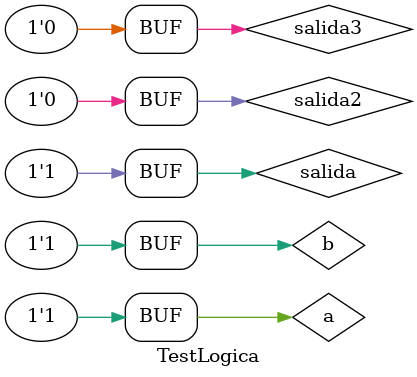
<source format=v>
module TestLogica;
	
	reg a,b,c;
	wire salida, salida2;
	and puertAND (salida,a,b);
	not negar (salida2,salida);
	nand puertaNAND (salida3,a,b);


	initial
		begin	

			$monitor($time, "a=%b | b=%b | a.b=%b | a.bN=%b | NAND=%b",a,b,salida,salida2,salida3);
			
			a=0; b=0;
			#5 a=0; b=1;
			#5 a=1; b=0;
			#5 a=1; b=1;

		end
	endmodule
</source>
